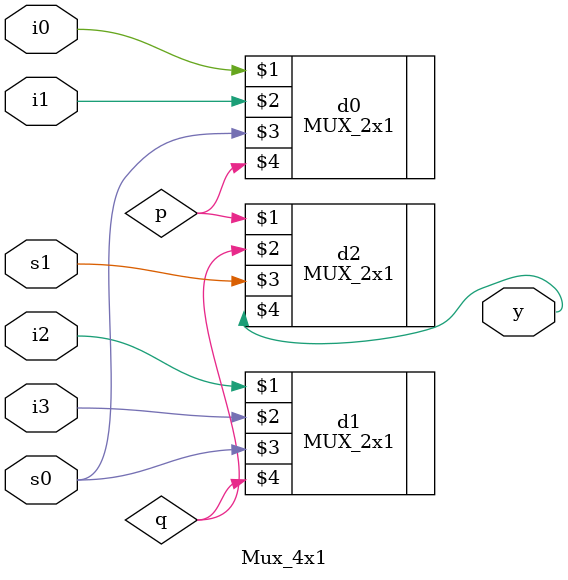
<source format=v>
`timescale 1ns / 1ps


module Mux_4x1(
    input i0,
    input i1,
    input i2,
    input i3,
    input s0,
    input s1,
    output y
    );
    wire p,q;
    MUX_2x1 d0(i0,i1,s0,p);
    MUX_2x1 d1(i2,i3,s0,q);
    MUX_2x1 d2(p,q,s1,y);
endmodule

</source>
